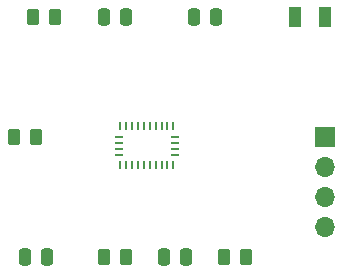
<source format=gbr>
%TF.GenerationSoftware,KiCad,Pcbnew,7.0.7*%
%TF.CreationDate,2023-10-19T21:28:01-04:00*%
%TF.ProjectId,BNO055,424e4f30-3535-42e6-9b69-6361645f7063,rev?*%
%TF.SameCoordinates,Original*%
%TF.FileFunction,Soldermask,Top*%
%TF.FilePolarity,Negative*%
%FSLAX46Y46*%
G04 Gerber Fmt 4.6, Leading zero omitted, Abs format (unit mm)*
G04 Created by KiCad (PCBNEW 7.0.7) date 2023-10-19 21:28:01*
%MOMM*%
%LPD*%
G01*
G04 APERTURE LIST*
G04 Aperture macros list*
%AMRoundRect*
0 Rectangle with rounded corners*
0 $1 Rounding radius*
0 $2 $3 $4 $5 $6 $7 $8 $9 X,Y pos of 4 corners*
0 Add a 4 corners polygon primitive as box body*
4,1,4,$2,$3,$4,$5,$6,$7,$8,$9,$2,$3,0*
0 Add four circle primitives for the rounded corners*
1,1,$1+$1,$2,$3*
1,1,$1+$1,$4,$5*
1,1,$1+$1,$6,$7*
1,1,$1+$1,$8,$9*
0 Add four rect primitives between the rounded corners*
20,1,$1+$1,$2,$3,$4,$5,0*
20,1,$1+$1,$4,$5,$6,$7,0*
20,1,$1+$1,$6,$7,$8,$9,0*
20,1,$1+$1,$8,$9,$2,$3,0*%
G04 Aperture macros list end*
%ADD10RoundRect,0.250000X0.250000X0.475000X-0.250000X0.475000X-0.250000X-0.475000X0.250000X-0.475000X0*%
%ADD11RoundRect,0.250000X0.262500X0.450000X-0.262500X0.450000X-0.262500X-0.450000X0.262500X-0.450000X0*%
%ADD12RoundRect,0.250000X-0.262500X-0.450000X0.262500X-0.450000X0.262500X0.450000X-0.262500X0.450000X0*%
%ADD13R,1.000000X1.800000*%
%ADD14R,0.254000X0.675000*%
%ADD15R,0.675000X0.254000*%
%ADD16R,1.700000X1.700000*%
%ADD17O,1.700000X1.700000*%
G04 APERTURE END LIST*
D10*
%TO.C,C3*%
X143190000Y-86360000D03*
X141290000Y-86360000D03*
%TD*%
D11*
%TO.C,R4*%
X135532500Y-96520000D03*
X133707500Y-96520000D03*
%TD*%
%TO.C,R2*%
X137160000Y-86360000D03*
X135335000Y-86360000D03*
%TD*%
D12*
%TO.C,R3*%
X151487500Y-106680000D03*
X153312500Y-106680000D03*
%TD*%
D13*
%TO.C,Y1*%
X159980000Y-86360000D03*
X157480000Y-86360000D03*
%TD*%
D10*
%TO.C,C4*%
X136520000Y-106680000D03*
X134620000Y-106680000D03*
%TD*%
%TO.C,C2*%
X148270000Y-106680000D03*
X146370000Y-106680000D03*
%TD*%
%TO.C,C1*%
X150810000Y-86360000D03*
X148910000Y-86360000D03*
%TD*%
D14*
%TO.C,U1*%
X142682500Y-95607500D03*
D15*
X142545000Y-96520000D03*
X142545000Y-97020000D03*
X142545000Y-97520000D03*
X142545000Y-98020000D03*
D14*
X142682500Y-98932500D03*
X143182500Y-98932500D03*
X143682500Y-98932500D03*
X144182500Y-98932500D03*
X144682500Y-98932500D03*
X145182500Y-98932500D03*
X145682500Y-98932500D03*
X146182500Y-98932500D03*
X146682500Y-98932500D03*
X147182500Y-98932500D03*
D15*
X147320000Y-98020000D03*
X147320000Y-97520000D03*
X147320000Y-97020000D03*
X147320000Y-96520000D03*
D14*
X147182500Y-95607500D03*
X146682500Y-95607500D03*
X146182500Y-95607500D03*
X145682500Y-95607500D03*
X145182500Y-95607500D03*
X144682500Y-95607500D03*
X144182500Y-95607500D03*
X143682500Y-95607500D03*
X143182500Y-95607500D03*
%TD*%
D16*
%TO.C,J2*%
X160020000Y-96520000D03*
D17*
X160020000Y-99060000D03*
X160020000Y-101600000D03*
X160020000Y-104140000D03*
%TD*%
D11*
%TO.C,R1*%
X143152500Y-106680000D03*
X141327500Y-106680000D03*
%TD*%
M02*

</source>
